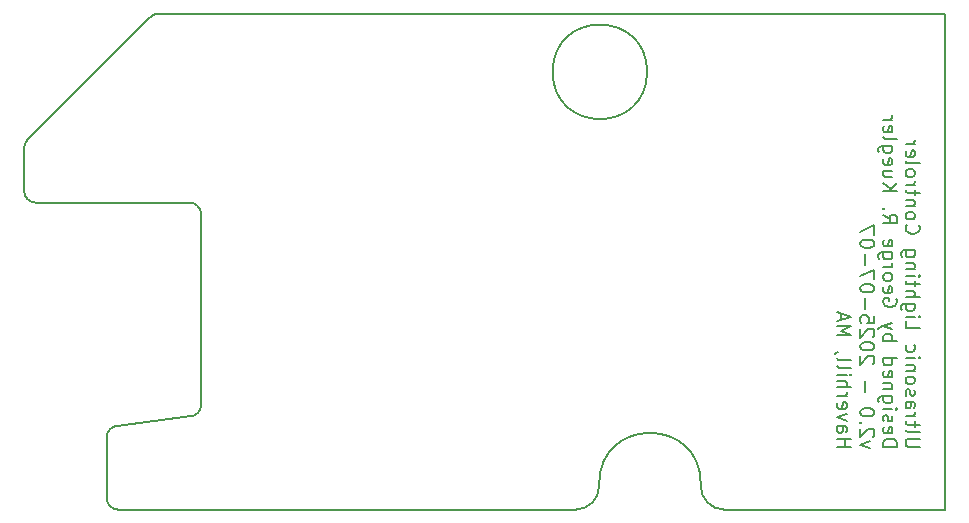
<source format=gbo>
%TF.GenerationSoftware,KiCad,Pcbnew,9.0.1*%
%TF.CreationDate,2025-07-07T12:26:16-04:00*%
%TF.ProjectId,cablight-project,6361626c-6967-4687-942d-70726f6a6563,rev?*%
%TF.SameCoordinates,Original*%
%TF.FileFunction,Legend,Bot*%
%TF.FilePolarity,Positive*%
%FSLAX46Y46*%
G04 Gerber Fmt 4.6, Leading zero omitted, Abs format (unit mm)*
G04 Created by KiCad (PCBNEW 9.0.1) date 2025-07-07 12:26:16*
%MOMM*%
%LPD*%
G01*
G04 APERTURE LIST*
%ADD10C,0.200000*%
%ADD11R,3.000000X3.000000*%
%ADD12C,3.000000*%
%ADD13R,2.200000X2.200000*%
%ADD14O,2.200000X2.200000*%
%ADD15C,1.600000*%
%ADD16O,1.600000X1.600000*%
%ADD17C,1.901600*%
%ADD18O,2.500000X1.900000*%
%ADD19R,2.000000X1.900000*%
%ADD20C,3.100000*%
%ADD21R,1.600000X1.600000*%
%ADD22O,1.500000X3.000000*%
%ADD23C,2.000000*%
%TA.AperFunction,Profile*%
%ADD24C,0.150000*%
%TD*%
G04 APERTURE END LIST*
D10*
X-2146943Y-36682707D02*
X-3118372Y-36682707D01*
X-3118372Y-36682707D02*
X-3232658Y-36625564D01*
X-3232658Y-36625564D02*
X-3289801Y-36568422D01*
X-3289801Y-36568422D02*
X-3346943Y-36454136D01*
X-3346943Y-36454136D02*
X-3346943Y-36225564D01*
X-3346943Y-36225564D02*
X-3289801Y-36111279D01*
X-3289801Y-36111279D02*
X-3232658Y-36054136D01*
X-3232658Y-36054136D02*
X-3118372Y-35996993D01*
X-3118372Y-35996993D02*
X-2146943Y-35996993D01*
X-3346943Y-35254136D02*
X-3289801Y-35368421D01*
X-3289801Y-35368421D02*
X-3175515Y-35425564D01*
X-3175515Y-35425564D02*
X-2146943Y-35425564D01*
X-2546943Y-34968422D02*
X-2546943Y-34511279D01*
X-2146943Y-34796993D02*
X-3175515Y-34796993D01*
X-3175515Y-34796993D02*
X-3289801Y-34739850D01*
X-3289801Y-34739850D02*
X-3346943Y-34625565D01*
X-3346943Y-34625565D02*
X-3346943Y-34511279D01*
X-3346943Y-34111279D02*
X-2546943Y-34111279D01*
X-2775515Y-34111279D02*
X-2661229Y-34054136D01*
X-2661229Y-34054136D02*
X-2604086Y-33996994D01*
X-2604086Y-33996994D02*
X-2546943Y-33882708D01*
X-2546943Y-33882708D02*
X-2546943Y-33768422D01*
X-3346943Y-32854137D02*
X-2718372Y-32854137D01*
X-2718372Y-32854137D02*
X-2604086Y-32911279D01*
X-2604086Y-32911279D02*
X-2546943Y-33025565D01*
X-2546943Y-33025565D02*
X-2546943Y-33254137D01*
X-2546943Y-33254137D02*
X-2604086Y-33368422D01*
X-3289801Y-32854137D02*
X-3346943Y-32968422D01*
X-3346943Y-32968422D02*
X-3346943Y-33254137D01*
X-3346943Y-33254137D02*
X-3289801Y-33368422D01*
X-3289801Y-33368422D02*
X-3175515Y-33425565D01*
X-3175515Y-33425565D02*
X-3061229Y-33425565D01*
X-3061229Y-33425565D02*
X-2946943Y-33368422D01*
X-2946943Y-33368422D02*
X-2889801Y-33254137D01*
X-2889801Y-33254137D02*
X-2889801Y-32968422D01*
X-2889801Y-32968422D02*
X-2832658Y-32854137D01*
X-3289801Y-32339851D02*
X-3346943Y-32225565D01*
X-3346943Y-32225565D02*
X-3346943Y-31996994D01*
X-3346943Y-31996994D02*
X-3289801Y-31882708D01*
X-3289801Y-31882708D02*
X-3175515Y-31825565D01*
X-3175515Y-31825565D02*
X-3118372Y-31825565D01*
X-3118372Y-31825565D02*
X-3004086Y-31882708D01*
X-3004086Y-31882708D02*
X-2946943Y-31996994D01*
X-2946943Y-31996994D02*
X-2946943Y-32168423D01*
X-2946943Y-32168423D02*
X-2889801Y-32282708D01*
X-2889801Y-32282708D02*
X-2775515Y-32339851D01*
X-2775515Y-32339851D02*
X-2718372Y-32339851D01*
X-2718372Y-32339851D02*
X-2604086Y-32282708D01*
X-2604086Y-32282708D02*
X-2546943Y-32168423D01*
X-2546943Y-32168423D02*
X-2546943Y-31996994D01*
X-2546943Y-31996994D02*
X-2604086Y-31882708D01*
X-3346943Y-31139851D02*
X-3289801Y-31254136D01*
X-3289801Y-31254136D02*
X-3232658Y-31311279D01*
X-3232658Y-31311279D02*
X-3118372Y-31368422D01*
X-3118372Y-31368422D02*
X-2775515Y-31368422D01*
X-2775515Y-31368422D02*
X-2661229Y-31311279D01*
X-2661229Y-31311279D02*
X-2604086Y-31254136D01*
X-2604086Y-31254136D02*
X-2546943Y-31139851D01*
X-2546943Y-31139851D02*
X-2546943Y-30968422D01*
X-2546943Y-30968422D02*
X-2604086Y-30854136D01*
X-2604086Y-30854136D02*
X-2661229Y-30796994D01*
X-2661229Y-30796994D02*
X-2775515Y-30739851D01*
X-2775515Y-30739851D02*
X-3118372Y-30739851D01*
X-3118372Y-30739851D02*
X-3232658Y-30796994D01*
X-3232658Y-30796994D02*
X-3289801Y-30854136D01*
X-3289801Y-30854136D02*
X-3346943Y-30968422D01*
X-3346943Y-30968422D02*
X-3346943Y-31139851D01*
X-2546943Y-30225565D02*
X-3346943Y-30225565D01*
X-2661229Y-30225565D02*
X-2604086Y-30168422D01*
X-2604086Y-30168422D02*
X-2546943Y-30054137D01*
X-2546943Y-30054137D02*
X-2546943Y-29882708D01*
X-2546943Y-29882708D02*
X-2604086Y-29768422D01*
X-2604086Y-29768422D02*
X-2718372Y-29711280D01*
X-2718372Y-29711280D02*
X-3346943Y-29711280D01*
X-3346943Y-29139851D02*
X-2546943Y-29139851D01*
X-2146943Y-29139851D02*
X-2204086Y-29196994D01*
X-2204086Y-29196994D02*
X-2261229Y-29139851D01*
X-2261229Y-29139851D02*
X-2204086Y-29082708D01*
X-2204086Y-29082708D02*
X-2146943Y-29139851D01*
X-2146943Y-29139851D02*
X-2261229Y-29139851D01*
X-3289801Y-28054137D02*
X-3346943Y-28168422D01*
X-3346943Y-28168422D02*
X-3346943Y-28396994D01*
X-3346943Y-28396994D02*
X-3289801Y-28511279D01*
X-3289801Y-28511279D02*
X-3232658Y-28568422D01*
X-3232658Y-28568422D02*
X-3118372Y-28625565D01*
X-3118372Y-28625565D02*
X-2775515Y-28625565D01*
X-2775515Y-28625565D02*
X-2661229Y-28568422D01*
X-2661229Y-28568422D02*
X-2604086Y-28511279D01*
X-2604086Y-28511279D02*
X-2546943Y-28396994D01*
X-2546943Y-28396994D02*
X-2546943Y-28168422D01*
X-2546943Y-28168422D02*
X-2604086Y-28054137D01*
X-3346943Y-26054137D02*
X-3346943Y-26625565D01*
X-3346943Y-26625565D02*
X-2146943Y-26625565D01*
X-3346943Y-25654136D02*
X-2546943Y-25654136D01*
X-2146943Y-25654136D02*
X-2204086Y-25711279D01*
X-2204086Y-25711279D02*
X-2261229Y-25654136D01*
X-2261229Y-25654136D02*
X-2204086Y-25596993D01*
X-2204086Y-25596993D02*
X-2146943Y-25654136D01*
X-2146943Y-25654136D02*
X-2261229Y-25654136D01*
X-2546943Y-24568422D02*
X-3518372Y-24568422D01*
X-3518372Y-24568422D02*
X-3632658Y-24625564D01*
X-3632658Y-24625564D02*
X-3689801Y-24682707D01*
X-3689801Y-24682707D02*
X-3746943Y-24796993D01*
X-3746943Y-24796993D02*
X-3746943Y-24968422D01*
X-3746943Y-24968422D02*
X-3689801Y-25082707D01*
X-3289801Y-24568422D02*
X-3346943Y-24682707D01*
X-3346943Y-24682707D02*
X-3346943Y-24911279D01*
X-3346943Y-24911279D02*
X-3289801Y-25025564D01*
X-3289801Y-25025564D02*
X-3232658Y-25082707D01*
X-3232658Y-25082707D02*
X-3118372Y-25139850D01*
X-3118372Y-25139850D02*
X-2775515Y-25139850D01*
X-2775515Y-25139850D02*
X-2661229Y-25082707D01*
X-2661229Y-25082707D02*
X-2604086Y-25025564D01*
X-2604086Y-25025564D02*
X-2546943Y-24911279D01*
X-2546943Y-24911279D02*
X-2546943Y-24682707D01*
X-2546943Y-24682707D02*
X-2604086Y-24568422D01*
X-3346943Y-23996993D02*
X-2146943Y-23996993D01*
X-3346943Y-23482708D02*
X-2718372Y-23482708D01*
X-2718372Y-23482708D02*
X-2604086Y-23539850D01*
X-2604086Y-23539850D02*
X-2546943Y-23654136D01*
X-2546943Y-23654136D02*
X-2546943Y-23825565D01*
X-2546943Y-23825565D02*
X-2604086Y-23939850D01*
X-2604086Y-23939850D02*
X-2661229Y-23996993D01*
X-2546943Y-23082708D02*
X-2546943Y-22625565D01*
X-2146943Y-22911279D02*
X-3175515Y-22911279D01*
X-3175515Y-22911279D02*
X-3289801Y-22854136D01*
X-3289801Y-22854136D02*
X-3346943Y-22739851D01*
X-3346943Y-22739851D02*
X-3346943Y-22625565D01*
X-3346943Y-22225565D02*
X-2546943Y-22225565D01*
X-2146943Y-22225565D02*
X-2204086Y-22282708D01*
X-2204086Y-22282708D02*
X-2261229Y-22225565D01*
X-2261229Y-22225565D02*
X-2204086Y-22168422D01*
X-2204086Y-22168422D02*
X-2146943Y-22225565D01*
X-2146943Y-22225565D02*
X-2261229Y-22225565D01*
X-2546943Y-21654136D02*
X-3346943Y-21654136D01*
X-2661229Y-21654136D02*
X-2604086Y-21596993D01*
X-2604086Y-21596993D02*
X-2546943Y-21482708D01*
X-2546943Y-21482708D02*
X-2546943Y-21311279D01*
X-2546943Y-21311279D02*
X-2604086Y-21196993D01*
X-2604086Y-21196993D02*
X-2718372Y-21139851D01*
X-2718372Y-21139851D02*
X-3346943Y-21139851D01*
X-2546943Y-20054137D02*
X-3518372Y-20054137D01*
X-3518372Y-20054137D02*
X-3632658Y-20111279D01*
X-3632658Y-20111279D02*
X-3689801Y-20168422D01*
X-3689801Y-20168422D02*
X-3746943Y-20282708D01*
X-3746943Y-20282708D02*
X-3746943Y-20454137D01*
X-3746943Y-20454137D02*
X-3689801Y-20568422D01*
X-3289801Y-20054137D02*
X-3346943Y-20168422D01*
X-3346943Y-20168422D02*
X-3346943Y-20396994D01*
X-3346943Y-20396994D02*
X-3289801Y-20511279D01*
X-3289801Y-20511279D02*
X-3232658Y-20568422D01*
X-3232658Y-20568422D02*
X-3118372Y-20625565D01*
X-3118372Y-20625565D02*
X-2775515Y-20625565D01*
X-2775515Y-20625565D02*
X-2661229Y-20568422D01*
X-2661229Y-20568422D02*
X-2604086Y-20511279D01*
X-2604086Y-20511279D02*
X-2546943Y-20396994D01*
X-2546943Y-20396994D02*
X-2546943Y-20168422D01*
X-2546943Y-20168422D02*
X-2604086Y-20054137D01*
X-3232658Y-17882708D02*
X-3289801Y-17939851D01*
X-3289801Y-17939851D02*
X-3346943Y-18111279D01*
X-3346943Y-18111279D02*
X-3346943Y-18225565D01*
X-3346943Y-18225565D02*
X-3289801Y-18396994D01*
X-3289801Y-18396994D02*
X-3175515Y-18511279D01*
X-3175515Y-18511279D02*
X-3061229Y-18568422D01*
X-3061229Y-18568422D02*
X-2832658Y-18625565D01*
X-2832658Y-18625565D02*
X-2661229Y-18625565D01*
X-2661229Y-18625565D02*
X-2432658Y-18568422D01*
X-2432658Y-18568422D02*
X-2318372Y-18511279D01*
X-2318372Y-18511279D02*
X-2204086Y-18396994D01*
X-2204086Y-18396994D02*
X-2146943Y-18225565D01*
X-2146943Y-18225565D02*
X-2146943Y-18111279D01*
X-2146943Y-18111279D02*
X-2204086Y-17939851D01*
X-2204086Y-17939851D02*
X-2261229Y-17882708D01*
X-3346943Y-17196994D02*
X-3289801Y-17311279D01*
X-3289801Y-17311279D02*
X-3232658Y-17368422D01*
X-3232658Y-17368422D02*
X-3118372Y-17425565D01*
X-3118372Y-17425565D02*
X-2775515Y-17425565D01*
X-2775515Y-17425565D02*
X-2661229Y-17368422D01*
X-2661229Y-17368422D02*
X-2604086Y-17311279D01*
X-2604086Y-17311279D02*
X-2546943Y-17196994D01*
X-2546943Y-17196994D02*
X-2546943Y-17025565D01*
X-2546943Y-17025565D02*
X-2604086Y-16911279D01*
X-2604086Y-16911279D02*
X-2661229Y-16854137D01*
X-2661229Y-16854137D02*
X-2775515Y-16796994D01*
X-2775515Y-16796994D02*
X-3118372Y-16796994D01*
X-3118372Y-16796994D02*
X-3232658Y-16854137D01*
X-3232658Y-16854137D02*
X-3289801Y-16911279D01*
X-3289801Y-16911279D02*
X-3346943Y-17025565D01*
X-3346943Y-17025565D02*
X-3346943Y-17196994D01*
X-2546943Y-16282708D02*
X-3346943Y-16282708D01*
X-2661229Y-16282708D02*
X-2604086Y-16225565D01*
X-2604086Y-16225565D02*
X-2546943Y-16111280D01*
X-2546943Y-16111280D02*
X-2546943Y-15939851D01*
X-2546943Y-15939851D02*
X-2604086Y-15825565D01*
X-2604086Y-15825565D02*
X-2718372Y-15768423D01*
X-2718372Y-15768423D02*
X-3346943Y-15768423D01*
X-2546943Y-15368423D02*
X-2546943Y-14911280D01*
X-2146943Y-15196994D02*
X-3175515Y-15196994D01*
X-3175515Y-15196994D02*
X-3289801Y-15139851D01*
X-3289801Y-15139851D02*
X-3346943Y-15025566D01*
X-3346943Y-15025566D02*
X-3346943Y-14911280D01*
X-3346943Y-14511280D02*
X-2546943Y-14511280D01*
X-2775515Y-14511280D02*
X-2661229Y-14454137D01*
X-2661229Y-14454137D02*
X-2604086Y-14396995D01*
X-2604086Y-14396995D02*
X-2546943Y-14282709D01*
X-2546943Y-14282709D02*
X-2546943Y-14168423D01*
X-3346943Y-13596995D02*
X-3289801Y-13711280D01*
X-3289801Y-13711280D02*
X-3232658Y-13768423D01*
X-3232658Y-13768423D02*
X-3118372Y-13825566D01*
X-3118372Y-13825566D02*
X-2775515Y-13825566D01*
X-2775515Y-13825566D02*
X-2661229Y-13768423D01*
X-2661229Y-13768423D02*
X-2604086Y-13711280D01*
X-2604086Y-13711280D02*
X-2546943Y-13596995D01*
X-2546943Y-13596995D02*
X-2546943Y-13425566D01*
X-2546943Y-13425566D02*
X-2604086Y-13311280D01*
X-2604086Y-13311280D02*
X-2661229Y-13254138D01*
X-2661229Y-13254138D02*
X-2775515Y-13196995D01*
X-2775515Y-13196995D02*
X-3118372Y-13196995D01*
X-3118372Y-13196995D02*
X-3232658Y-13254138D01*
X-3232658Y-13254138D02*
X-3289801Y-13311280D01*
X-3289801Y-13311280D02*
X-3346943Y-13425566D01*
X-3346943Y-13425566D02*
X-3346943Y-13596995D01*
X-3346943Y-12511281D02*
X-3289801Y-12625566D01*
X-3289801Y-12625566D02*
X-3175515Y-12682709D01*
X-3175515Y-12682709D02*
X-2146943Y-12682709D01*
X-3289801Y-11596995D02*
X-3346943Y-11711281D01*
X-3346943Y-11711281D02*
X-3346943Y-11939853D01*
X-3346943Y-11939853D02*
X-3289801Y-12054138D01*
X-3289801Y-12054138D02*
X-3175515Y-12111281D01*
X-3175515Y-12111281D02*
X-2718372Y-12111281D01*
X-2718372Y-12111281D02*
X-2604086Y-12054138D01*
X-2604086Y-12054138D02*
X-2546943Y-11939853D01*
X-2546943Y-11939853D02*
X-2546943Y-11711281D01*
X-2546943Y-11711281D02*
X-2604086Y-11596995D01*
X-2604086Y-11596995D02*
X-2718372Y-11539853D01*
X-2718372Y-11539853D02*
X-2832658Y-11539853D01*
X-2832658Y-11539853D02*
X-2946943Y-12111281D01*
X-3346943Y-11025567D02*
X-2546943Y-11025567D01*
X-2775515Y-11025567D02*
X-2661229Y-10968424D01*
X-2661229Y-10968424D02*
X-2604086Y-10911282D01*
X-2604086Y-10911282D02*
X-2546943Y-10796996D01*
X-2546943Y-10796996D02*
X-2546943Y-10682710D01*
X-5278876Y-36682707D02*
X-4078876Y-36682707D01*
X-4078876Y-36682707D02*
X-4078876Y-36396993D01*
X-4078876Y-36396993D02*
X-4136019Y-36225564D01*
X-4136019Y-36225564D02*
X-4250305Y-36111279D01*
X-4250305Y-36111279D02*
X-4364591Y-36054136D01*
X-4364591Y-36054136D02*
X-4593162Y-35996993D01*
X-4593162Y-35996993D02*
X-4764591Y-35996993D01*
X-4764591Y-35996993D02*
X-4993162Y-36054136D01*
X-4993162Y-36054136D02*
X-5107448Y-36111279D01*
X-5107448Y-36111279D02*
X-5221734Y-36225564D01*
X-5221734Y-36225564D02*
X-5278876Y-36396993D01*
X-5278876Y-36396993D02*
X-5278876Y-36682707D01*
X-5221734Y-35025564D02*
X-5278876Y-35139850D01*
X-5278876Y-35139850D02*
X-5278876Y-35368422D01*
X-5278876Y-35368422D02*
X-5221734Y-35482707D01*
X-5221734Y-35482707D02*
X-5107448Y-35539850D01*
X-5107448Y-35539850D02*
X-4650305Y-35539850D01*
X-4650305Y-35539850D02*
X-4536019Y-35482707D01*
X-4536019Y-35482707D02*
X-4478876Y-35368422D01*
X-4478876Y-35368422D02*
X-4478876Y-35139850D01*
X-4478876Y-35139850D02*
X-4536019Y-35025564D01*
X-4536019Y-35025564D02*
X-4650305Y-34968422D01*
X-4650305Y-34968422D02*
X-4764591Y-34968422D01*
X-4764591Y-34968422D02*
X-4878876Y-35539850D01*
X-5221734Y-34511279D02*
X-5278876Y-34396993D01*
X-5278876Y-34396993D02*
X-5278876Y-34168422D01*
X-5278876Y-34168422D02*
X-5221734Y-34054136D01*
X-5221734Y-34054136D02*
X-5107448Y-33996993D01*
X-5107448Y-33996993D02*
X-5050305Y-33996993D01*
X-5050305Y-33996993D02*
X-4936019Y-34054136D01*
X-4936019Y-34054136D02*
X-4878876Y-34168422D01*
X-4878876Y-34168422D02*
X-4878876Y-34339851D01*
X-4878876Y-34339851D02*
X-4821734Y-34454136D01*
X-4821734Y-34454136D02*
X-4707448Y-34511279D01*
X-4707448Y-34511279D02*
X-4650305Y-34511279D01*
X-4650305Y-34511279D02*
X-4536019Y-34454136D01*
X-4536019Y-34454136D02*
X-4478876Y-34339851D01*
X-4478876Y-34339851D02*
X-4478876Y-34168422D01*
X-4478876Y-34168422D02*
X-4536019Y-34054136D01*
X-5278876Y-33482707D02*
X-4478876Y-33482707D01*
X-4078876Y-33482707D02*
X-4136019Y-33539850D01*
X-4136019Y-33539850D02*
X-4193162Y-33482707D01*
X-4193162Y-33482707D02*
X-4136019Y-33425564D01*
X-4136019Y-33425564D02*
X-4078876Y-33482707D01*
X-4078876Y-33482707D02*
X-4193162Y-33482707D01*
X-4478876Y-32396993D02*
X-5450305Y-32396993D01*
X-5450305Y-32396993D02*
X-5564591Y-32454135D01*
X-5564591Y-32454135D02*
X-5621734Y-32511278D01*
X-5621734Y-32511278D02*
X-5678876Y-32625564D01*
X-5678876Y-32625564D02*
X-5678876Y-32796993D01*
X-5678876Y-32796993D02*
X-5621734Y-32911278D01*
X-5221734Y-32396993D02*
X-5278876Y-32511278D01*
X-5278876Y-32511278D02*
X-5278876Y-32739850D01*
X-5278876Y-32739850D02*
X-5221734Y-32854135D01*
X-5221734Y-32854135D02*
X-5164591Y-32911278D01*
X-5164591Y-32911278D02*
X-5050305Y-32968421D01*
X-5050305Y-32968421D02*
X-4707448Y-32968421D01*
X-4707448Y-32968421D02*
X-4593162Y-32911278D01*
X-4593162Y-32911278D02*
X-4536019Y-32854135D01*
X-4536019Y-32854135D02*
X-4478876Y-32739850D01*
X-4478876Y-32739850D02*
X-4478876Y-32511278D01*
X-4478876Y-32511278D02*
X-4536019Y-32396993D01*
X-4478876Y-31825564D02*
X-5278876Y-31825564D01*
X-4593162Y-31825564D02*
X-4536019Y-31768421D01*
X-4536019Y-31768421D02*
X-4478876Y-31654136D01*
X-4478876Y-31654136D02*
X-4478876Y-31482707D01*
X-4478876Y-31482707D02*
X-4536019Y-31368421D01*
X-4536019Y-31368421D02*
X-4650305Y-31311279D01*
X-4650305Y-31311279D02*
X-5278876Y-31311279D01*
X-5221734Y-30282707D02*
X-5278876Y-30396993D01*
X-5278876Y-30396993D02*
X-5278876Y-30625565D01*
X-5278876Y-30625565D02*
X-5221734Y-30739850D01*
X-5221734Y-30739850D02*
X-5107448Y-30796993D01*
X-5107448Y-30796993D02*
X-4650305Y-30796993D01*
X-4650305Y-30796993D02*
X-4536019Y-30739850D01*
X-4536019Y-30739850D02*
X-4478876Y-30625565D01*
X-4478876Y-30625565D02*
X-4478876Y-30396993D01*
X-4478876Y-30396993D02*
X-4536019Y-30282707D01*
X-4536019Y-30282707D02*
X-4650305Y-30225565D01*
X-4650305Y-30225565D02*
X-4764591Y-30225565D01*
X-4764591Y-30225565D02*
X-4878876Y-30796993D01*
X-5278876Y-29196994D02*
X-4078876Y-29196994D01*
X-5221734Y-29196994D02*
X-5278876Y-29311279D01*
X-5278876Y-29311279D02*
X-5278876Y-29539851D01*
X-5278876Y-29539851D02*
X-5221734Y-29654136D01*
X-5221734Y-29654136D02*
X-5164591Y-29711279D01*
X-5164591Y-29711279D02*
X-5050305Y-29768422D01*
X-5050305Y-29768422D02*
X-4707448Y-29768422D01*
X-4707448Y-29768422D02*
X-4593162Y-29711279D01*
X-4593162Y-29711279D02*
X-4536019Y-29654136D01*
X-4536019Y-29654136D02*
X-4478876Y-29539851D01*
X-4478876Y-29539851D02*
X-4478876Y-29311279D01*
X-4478876Y-29311279D02*
X-4536019Y-29196994D01*
X-5278876Y-27711279D02*
X-4078876Y-27711279D01*
X-4536019Y-27711279D02*
X-4478876Y-27596994D01*
X-4478876Y-27596994D02*
X-4478876Y-27368422D01*
X-4478876Y-27368422D02*
X-4536019Y-27254136D01*
X-4536019Y-27254136D02*
X-4593162Y-27196994D01*
X-4593162Y-27196994D02*
X-4707448Y-27139851D01*
X-4707448Y-27139851D02*
X-5050305Y-27139851D01*
X-5050305Y-27139851D02*
X-5164591Y-27196994D01*
X-5164591Y-27196994D02*
X-5221734Y-27254136D01*
X-5221734Y-27254136D02*
X-5278876Y-27368422D01*
X-5278876Y-27368422D02*
X-5278876Y-27596994D01*
X-5278876Y-27596994D02*
X-5221734Y-27711279D01*
X-4478876Y-26739851D02*
X-5278876Y-26454137D01*
X-4478876Y-26168422D02*
X-5278876Y-26454137D01*
X-5278876Y-26454137D02*
X-5564591Y-26568422D01*
X-5564591Y-26568422D02*
X-5621734Y-26625565D01*
X-5621734Y-26625565D02*
X-5678876Y-26739851D01*
X-4136019Y-24168422D02*
X-4078876Y-24282708D01*
X-4078876Y-24282708D02*
X-4078876Y-24454136D01*
X-4078876Y-24454136D02*
X-4136019Y-24625565D01*
X-4136019Y-24625565D02*
X-4250305Y-24739850D01*
X-4250305Y-24739850D02*
X-4364591Y-24796993D01*
X-4364591Y-24796993D02*
X-4593162Y-24854136D01*
X-4593162Y-24854136D02*
X-4764591Y-24854136D01*
X-4764591Y-24854136D02*
X-4993162Y-24796993D01*
X-4993162Y-24796993D02*
X-5107448Y-24739850D01*
X-5107448Y-24739850D02*
X-5221734Y-24625565D01*
X-5221734Y-24625565D02*
X-5278876Y-24454136D01*
X-5278876Y-24454136D02*
X-5278876Y-24339850D01*
X-5278876Y-24339850D02*
X-5221734Y-24168422D01*
X-5221734Y-24168422D02*
X-5164591Y-24111279D01*
X-5164591Y-24111279D02*
X-4764591Y-24111279D01*
X-4764591Y-24111279D02*
X-4764591Y-24339850D01*
X-5221734Y-23139850D02*
X-5278876Y-23254136D01*
X-5278876Y-23254136D02*
X-5278876Y-23482708D01*
X-5278876Y-23482708D02*
X-5221734Y-23596993D01*
X-5221734Y-23596993D02*
X-5107448Y-23654136D01*
X-5107448Y-23654136D02*
X-4650305Y-23654136D01*
X-4650305Y-23654136D02*
X-4536019Y-23596993D01*
X-4536019Y-23596993D02*
X-4478876Y-23482708D01*
X-4478876Y-23482708D02*
X-4478876Y-23254136D01*
X-4478876Y-23254136D02*
X-4536019Y-23139850D01*
X-4536019Y-23139850D02*
X-4650305Y-23082708D01*
X-4650305Y-23082708D02*
X-4764591Y-23082708D01*
X-4764591Y-23082708D02*
X-4878876Y-23654136D01*
X-5278876Y-22396994D02*
X-5221734Y-22511279D01*
X-5221734Y-22511279D02*
X-5164591Y-22568422D01*
X-5164591Y-22568422D02*
X-5050305Y-22625565D01*
X-5050305Y-22625565D02*
X-4707448Y-22625565D01*
X-4707448Y-22625565D02*
X-4593162Y-22568422D01*
X-4593162Y-22568422D02*
X-4536019Y-22511279D01*
X-4536019Y-22511279D02*
X-4478876Y-22396994D01*
X-4478876Y-22396994D02*
X-4478876Y-22225565D01*
X-4478876Y-22225565D02*
X-4536019Y-22111279D01*
X-4536019Y-22111279D02*
X-4593162Y-22054137D01*
X-4593162Y-22054137D02*
X-4707448Y-21996994D01*
X-4707448Y-21996994D02*
X-5050305Y-21996994D01*
X-5050305Y-21996994D02*
X-5164591Y-22054137D01*
X-5164591Y-22054137D02*
X-5221734Y-22111279D01*
X-5221734Y-22111279D02*
X-5278876Y-22225565D01*
X-5278876Y-22225565D02*
X-5278876Y-22396994D01*
X-5278876Y-21482708D02*
X-4478876Y-21482708D01*
X-4707448Y-21482708D02*
X-4593162Y-21425565D01*
X-4593162Y-21425565D02*
X-4536019Y-21368423D01*
X-4536019Y-21368423D02*
X-4478876Y-21254137D01*
X-4478876Y-21254137D02*
X-4478876Y-21139851D01*
X-4478876Y-20225566D02*
X-5450305Y-20225566D01*
X-5450305Y-20225566D02*
X-5564591Y-20282708D01*
X-5564591Y-20282708D02*
X-5621734Y-20339851D01*
X-5621734Y-20339851D02*
X-5678876Y-20454137D01*
X-5678876Y-20454137D02*
X-5678876Y-20625566D01*
X-5678876Y-20625566D02*
X-5621734Y-20739851D01*
X-5221734Y-20225566D02*
X-5278876Y-20339851D01*
X-5278876Y-20339851D02*
X-5278876Y-20568423D01*
X-5278876Y-20568423D02*
X-5221734Y-20682708D01*
X-5221734Y-20682708D02*
X-5164591Y-20739851D01*
X-5164591Y-20739851D02*
X-5050305Y-20796994D01*
X-5050305Y-20796994D02*
X-4707448Y-20796994D01*
X-4707448Y-20796994D02*
X-4593162Y-20739851D01*
X-4593162Y-20739851D02*
X-4536019Y-20682708D01*
X-4536019Y-20682708D02*
X-4478876Y-20568423D01*
X-4478876Y-20568423D02*
X-4478876Y-20339851D01*
X-4478876Y-20339851D02*
X-4536019Y-20225566D01*
X-5221734Y-19196994D02*
X-5278876Y-19311280D01*
X-5278876Y-19311280D02*
X-5278876Y-19539852D01*
X-5278876Y-19539852D02*
X-5221734Y-19654137D01*
X-5221734Y-19654137D02*
X-5107448Y-19711280D01*
X-5107448Y-19711280D02*
X-4650305Y-19711280D01*
X-4650305Y-19711280D02*
X-4536019Y-19654137D01*
X-4536019Y-19654137D02*
X-4478876Y-19539852D01*
X-4478876Y-19539852D02*
X-4478876Y-19311280D01*
X-4478876Y-19311280D02*
X-4536019Y-19196994D01*
X-4536019Y-19196994D02*
X-4650305Y-19139852D01*
X-4650305Y-19139852D02*
X-4764591Y-19139852D01*
X-4764591Y-19139852D02*
X-4878876Y-19711280D01*
X-5278876Y-17025566D02*
X-4707448Y-17425566D01*
X-5278876Y-17711280D02*
X-4078876Y-17711280D01*
X-4078876Y-17711280D02*
X-4078876Y-17254137D01*
X-4078876Y-17254137D02*
X-4136019Y-17139852D01*
X-4136019Y-17139852D02*
X-4193162Y-17082709D01*
X-4193162Y-17082709D02*
X-4307448Y-17025566D01*
X-4307448Y-17025566D02*
X-4478876Y-17025566D01*
X-4478876Y-17025566D02*
X-4593162Y-17082709D01*
X-4593162Y-17082709D02*
X-4650305Y-17139852D01*
X-4650305Y-17139852D02*
X-4707448Y-17254137D01*
X-4707448Y-17254137D02*
X-4707448Y-17711280D01*
X-5164591Y-16511280D02*
X-5221734Y-16454137D01*
X-5221734Y-16454137D02*
X-5278876Y-16511280D01*
X-5278876Y-16511280D02*
X-5221734Y-16568423D01*
X-5221734Y-16568423D02*
X-5164591Y-16511280D01*
X-5164591Y-16511280D02*
X-5278876Y-16511280D01*
X-5278876Y-15025565D02*
X-4078876Y-15025565D01*
X-5278876Y-14339851D02*
X-4593162Y-14854137D01*
X-4078876Y-14339851D02*
X-4764591Y-15025565D01*
X-4478876Y-13311280D02*
X-5278876Y-13311280D01*
X-4478876Y-13825565D02*
X-5107448Y-13825565D01*
X-5107448Y-13825565D02*
X-5221734Y-13768422D01*
X-5221734Y-13768422D02*
X-5278876Y-13654137D01*
X-5278876Y-13654137D02*
X-5278876Y-13482708D01*
X-5278876Y-13482708D02*
X-5221734Y-13368422D01*
X-5221734Y-13368422D02*
X-5164591Y-13311280D01*
X-5221734Y-12282708D02*
X-5278876Y-12396994D01*
X-5278876Y-12396994D02*
X-5278876Y-12625566D01*
X-5278876Y-12625566D02*
X-5221734Y-12739851D01*
X-5221734Y-12739851D02*
X-5107448Y-12796994D01*
X-5107448Y-12796994D02*
X-4650305Y-12796994D01*
X-4650305Y-12796994D02*
X-4536019Y-12739851D01*
X-4536019Y-12739851D02*
X-4478876Y-12625566D01*
X-4478876Y-12625566D02*
X-4478876Y-12396994D01*
X-4478876Y-12396994D02*
X-4536019Y-12282708D01*
X-4536019Y-12282708D02*
X-4650305Y-12225566D01*
X-4650305Y-12225566D02*
X-4764591Y-12225566D01*
X-4764591Y-12225566D02*
X-4878876Y-12796994D01*
X-4478876Y-11196995D02*
X-5450305Y-11196995D01*
X-5450305Y-11196995D02*
X-5564591Y-11254137D01*
X-5564591Y-11254137D02*
X-5621734Y-11311280D01*
X-5621734Y-11311280D02*
X-5678876Y-11425566D01*
X-5678876Y-11425566D02*
X-5678876Y-11596995D01*
X-5678876Y-11596995D02*
X-5621734Y-11711280D01*
X-5221734Y-11196995D02*
X-5278876Y-11311280D01*
X-5278876Y-11311280D02*
X-5278876Y-11539852D01*
X-5278876Y-11539852D02*
X-5221734Y-11654137D01*
X-5221734Y-11654137D02*
X-5164591Y-11711280D01*
X-5164591Y-11711280D02*
X-5050305Y-11768423D01*
X-5050305Y-11768423D02*
X-4707448Y-11768423D01*
X-4707448Y-11768423D02*
X-4593162Y-11711280D01*
X-4593162Y-11711280D02*
X-4536019Y-11654137D01*
X-4536019Y-11654137D02*
X-4478876Y-11539852D01*
X-4478876Y-11539852D02*
X-4478876Y-11311280D01*
X-4478876Y-11311280D02*
X-4536019Y-11196995D01*
X-5278876Y-10454138D02*
X-5221734Y-10568423D01*
X-5221734Y-10568423D02*
X-5107448Y-10625566D01*
X-5107448Y-10625566D02*
X-4078876Y-10625566D01*
X-5221734Y-9539852D02*
X-5278876Y-9654138D01*
X-5278876Y-9654138D02*
X-5278876Y-9882710D01*
X-5278876Y-9882710D02*
X-5221734Y-9996995D01*
X-5221734Y-9996995D02*
X-5107448Y-10054138D01*
X-5107448Y-10054138D02*
X-4650305Y-10054138D01*
X-4650305Y-10054138D02*
X-4536019Y-9996995D01*
X-4536019Y-9996995D02*
X-4478876Y-9882710D01*
X-4478876Y-9882710D02*
X-4478876Y-9654138D01*
X-4478876Y-9654138D02*
X-4536019Y-9539852D01*
X-4536019Y-9539852D02*
X-4650305Y-9482710D01*
X-4650305Y-9482710D02*
X-4764591Y-9482710D01*
X-4764591Y-9482710D02*
X-4878876Y-10054138D01*
X-5278876Y-8968424D02*
X-4478876Y-8968424D01*
X-4707448Y-8968424D02*
X-4593162Y-8911281D01*
X-4593162Y-8911281D02*
X-4536019Y-8854139D01*
X-4536019Y-8854139D02*
X-4478876Y-8739853D01*
X-4478876Y-8739853D02*
X-4478876Y-8625567D01*
X-6410809Y-36796993D02*
X-7210809Y-36511279D01*
X-7210809Y-36511279D02*
X-6410809Y-36225564D01*
X-6125095Y-35825564D02*
X-6067952Y-35768421D01*
X-6067952Y-35768421D02*
X-6010809Y-35654136D01*
X-6010809Y-35654136D02*
X-6010809Y-35368421D01*
X-6010809Y-35368421D02*
X-6067952Y-35254136D01*
X-6067952Y-35254136D02*
X-6125095Y-35196993D01*
X-6125095Y-35196993D02*
X-6239381Y-35139850D01*
X-6239381Y-35139850D02*
X-6353667Y-35139850D01*
X-6353667Y-35139850D02*
X-6525095Y-35196993D01*
X-6525095Y-35196993D02*
X-7210809Y-35882707D01*
X-7210809Y-35882707D02*
X-7210809Y-35139850D01*
X-7096524Y-34625564D02*
X-7153667Y-34568421D01*
X-7153667Y-34568421D02*
X-7210809Y-34625564D01*
X-7210809Y-34625564D02*
X-7153667Y-34682707D01*
X-7153667Y-34682707D02*
X-7096524Y-34625564D01*
X-7096524Y-34625564D02*
X-7210809Y-34625564D01*
X-6010809Y-33825564D02*
X-6010809Y-33711278D01*
X-6010809Y-33711278D02*
X-6067952Y-33596992D01*
X-6067952Y-33596992D02*
X-6125095Y-33539850D01*
X-6125095Y-33539850D02*
X-6239381Y-33482707D01*
X-6239381Y-33482707D02*
X-6467952Y-33425564D01*
X-6467952Y-33425564D02*
X-6753667Y-33425564D01*
X-6753667Y-33425564D02*
X-6982238Y-33482707D01*
X-6982238Y-33482707D02*
X-7096524Y-33539850D01*
X-7096524Y-33539850D02*
X-7153667Y-33596992D01*
X-7153667Y-33596992D02*
X-7210809Y-33711278D01*
X-7210809Y-33711278D02*
X-7210809Y-33825564D01*
X-7210809Y-33825564D02*
X-7153667Y-33939850D01*
X-7153667Y-33939850D02*
X-7096524Y-33996992D01*
X-7096524Y-33996992D02*
X-6982238Y-34054135D01*
X-6982238Y-34054135D02*
X-6753667Y-34111278D01*
X-6753667Y-34111278D02*
X-6467952Y-34111278D01*
X-6467952Y-34111278D02*
X-6239381Y-34054135D01*
X-6239381Y-34054135D02*
X-6125095Y-33996992D01*
X-6125095Y-33996992D02*
X-6067952Y-33939850D01*
X-6067952Y-33939850D02*
X-6010809Y-33825564D01*
X-6753667Y-31996992D02*
X-6753667Y-31082707D01*
X-6125095Y-29654135D02*
X-6067952Y-29596992D01*
X-6067952Y-29596992D02*
X-6010809Y-29482707D01*
X-6010809Y-29482707D02*
X-6010809Y-29196992D01*
X-6010809Y-29196992D02*
X-6067952Y-29082707D01*
X-6067952Y-29082707D02*
X-6125095Y-29025564D01*
X-6125095Y-29025564D02*
X-6239381Y-28968421D01*
X-6239381Y-28968421D02*
X-6353667Y-28968421D01*
X-6353667Y-28968421D02*
X-6525095Y-29025564D01*
X-6525095Y-29025564D02*
X-7210809Y-29711278D01*
X-7210809Y-29711278D02*
X-7210809Y-28968421D01*
X-6010809Y-28225564D02*
X-6010809Y-28111278D01*
X-6010809Y-28111278D02*
X-6067952Y-27996992D01*
X-6067952Y-27996992D02*
X-6125095Y-27939850D01*
X-6125095Y-27939850D02*
X-6239381Y-27882707D01*
X-6239381Y-27882707D02*
X-6467952Y-27825564D01*
X-6467952Y-27825564D02*
X-6753667Y-27825564D01*
X-6753667Y-27825564D02*
X-6982238Y-27882707D01*
X-6982238Y-27882707D02*
X-7096524Y-27939850D01*
X-7096524Y-27939850D02*
X-7153667Y-27996992D01*
X-7153667Y-27996992D02*
X-7210809Y-28111278D01*
X-7210809Y-28111278D02*
X-7210809Y-28225564D01*
X-7210809Y-28225564D02*
X-7153667Y-28339850D01*
X-7153667Y-28339850D02*
X-7096524Y-28396992D01*
X-7096524Y-28396992D02*
X-6982238Y-28454135D01*
X-6982238Y-28454135D02*
X-6753667Y-28511278D01*
X-6753667Y-28511278D02*
X-6467952Y-28511278D01*
X-6467952Y-28511278D02*
X-6239381Y-28454135D01*
X-6239381Y-28454135D02*
X-6125095Y-28396992D01*
X-6125095Y-28396992D02*
X-6067952Y-28339850D01*
X-6067952Y-28339850D02*
X-6010809Y-28225564D01*
X-6125095Y-27368421D02*
X-6067952Y-27311278D01*
X-6067952Y-27311278D02*
X-6010809Y-27196993D01*
X-6010809Y-27196993D02*
X-6010809Y-26911278D01*
X-6010809Y-26911278D02*
X-6067952Y-26796993D01*
X-6067952Y-26796993D02*
X-6125095Y-26739850D01*
X-6125095Y-26739850D02*
X-6239381Y-26682707D01*
X-6239381Y-26682707D02*
X-6353667Y-26682707D01*
X-6353667Y-26682707D02*
X-6525095Y-26739850D01*
X-6525095Y-26739850D02*
X-7210809Y-27425564D01*
X-7210809Y-27425564D02*
X-7210809Y-26682707D01*
X-6010809Y-25596993D02*
X-6010809Y-26168421D01*
X-6010809Y-26168421D02*
X-6582238Y-26225564D01*
X-6582238Y-26225564D02*
X-6525095Y-26168421D01*
X-6525095Y-26168421D02*
X-6467952Y-26054136D01*
X-6467952Y-26054136D02*
X-6467952Y-25768421D01*
X-6467952Y-25768421D02*
X-6525095Y-25654136D01*
X-6525095Y-25654136D02*
X-6582238Y-25596993D01*
X-6582238Y-25596993D02*
X-6696524Y-25539850D01*
X-6696524Y-25539850D02*
X-6982238Y-25539850D01*
X-6982238Y-25539850D02*
X-7096524Y-25596993D01*
X-7096524Y-25596993D02*
X-7153667Y-25654136D01*
X-7153667Y-25654136D02*
X-7210809Y-25768421D01*
X-7210809Y-25768421D02*
X-7210809Y-26054136D01*
X-7210809Y-26054136D02*
X-7153667Y-26168421D01*
X-7153667Y-26168421D02*
X-7096524Y-26225564D01*
X-6753667Y-25025564D02*
X-6753667Y-24111279D01*
X-6010809Y-23311279D02*
X-6010809Y-23196993D01*
X-6010809Y-23196993D02*
X-6067952Y-23082707D01*
X-6067952Y-23082707D02*
X-6125095Y-23025565D01*
X-6125095Y-23025565D02*
X-6239381Y-22968422D01*
X-6239381Y-22968422D02*
X-6467952Y-22911279D01*
X-6467952Y-22911279D02*
X-6753667Y-22911279D01*
X-6753667Y-22911279D02*
X-6982238Y-22968422D01*
X-6982238Y-22968422D02*
X-7096524Y-23025565D01*
X-7096524Y-23025565D02*
X-7153667Y-23082707D01*
X-7153667Y-23082707D02*
X-7210809Y-23196993D01*
X-7210809Y-23196993D02*
X-7210809Y-23311279D01*
X-7210809Y-23311279D02*
X-7153667Y-23425565D01*
X-7153667Y-23425565D02*
X-7096524Y-23482707D01*
X-7096524Y-23482707D02*
X-6982238Y-23539850D01*
X-6982238Y-23539850D02*
X-6753667Y-23596993D01*
X-6753667Y-23596993D02*
X-6467952Y-23596993D01*
X-6467952Y-23596993D02*
X-6239381Y-23539850D01*
X-6239381Y-23539850D02*
X-6125095Y-23482707D01*
X-6125095Y-23482707D02*
X-6067952Y-23425565D01*
X-6067952Y-23425565D02*
X-6010809Y-23311279D01*
X-6010809Y-22511279D02*
X-6010809Y-21711279D01*
X-6010809Y-21711279D02*
X-7210809Y-22225565D01*
X-6753667Y-21254136D02*
X-6753667Y-20339851D01*
X-6010809Y-19539851D02*
X-6010809Y-19425565D01*
X-6010809Y-19425565D02*
X-6067952Y-19311279D01*
X-6067952Y-19311279D02*
X-6125095Y-19254137D01*
X-6125095Y-19254137D02*
X-6239381Y-19196994D01*
X-6239381Y-19196994D02*
X-6467952Y-19139851D01*
X-6467952Y-19139851D02*
X-6753667Y-19139851D01*
X-6753667Y-19139851D02*
X-6982238Y-19196994D01*
X-6982238Y-19196994D02*
X-7096524Y-19254137D01*
X-7096524Y-19254137D02*
X-7153667Y-19311279D01*
X-7153667Y-19311279D02*
X-7210809Y-19425565D01*
X-7210809Y-19425565D02*
X-7210809Y-19539851D01*
X-7210809Y-19539851D02*
X-7153667Y-19654137D01*
X-7153667Y-19654137D02*
X-7096524Y-19711279D01*
X-7096524Y-19711279D02*
X-6982238Y-19768422D01*
X-6982238Y-19768422D02*
X-6753667Y-19825565D01*
X-6753667Y-19825565D02*
X-6467952Y-19825565D01*
X-6467952Y-19825565D02*
X-6239381Y-19768422D01*
X-6239381Y-19768422D02*
X-6125095Y-19711279D01*
X-6125095Y-19711279D02*
X-6067952Y-19654137D01*
X-6067952Y-19654137D02*
X-6010809Y-19539851D01*
X-6010809Y-18739851D02*
X-6010809Y-17939851D01*
X-6010809Y-17939851D02*
X-7210809Y-18454137D01*
X-9142742Y-36682707D02*
X-7942742Y-36682707D01*
X-8514171Y-36682707D02*
X-8514171Y-35996993D01*
X-9142742Y-35996993D02*
X-7942742Y-35996993D01*
X-9142742Y-34911279D02*
X-8514171Y-34911279D01*
X-8514171Y-34911279D02*
X-8399885Y-34968421D01*
X-8399885Y-34968421D02*
X-8342742Y-35082707D01*
X-8342742Y-35082707D02*
X-8342742Y-35311279D01*
X-8342742Y-35311279D02*
X-8399885Y-35425564D01*
X-9085600Y-34911279D02*
X-9142742Y-35025564D01*
X-9142742Y-35025564D02*
X-9142742Y-35311279D01*
X-9142742Y-35311279D02*
X-9085600Y-35425564D01*
X-9085600Y-35425564D02*
X-8971314Y-35482707D01*
X-8971314Y-35482707D02*
X-8857028Y-35482707D01*
X-8857028Y-35482707D02*
X-8742742Y-35425564D01*
X-8742742Y-35425564D02*
X-8685600Y-35311279D01*
X-8685600Y-35311279D02*
X-8685600Y-35025564D01*
X-8685600Y-35025564D02*
X-8628457Y-34911279D01*
X-8342742Y-34454136D02*
X-9142742Y-34168422D01*
X-9142742Y-34168422D02*
X-8342742Y-33882707D01*
X-9085600Y-32968421D02*
X-9142742Y-33082707D01*
X-9142742Y-33082707D02*
X-9142742Y-33311279D01*
X-9142742Y-33311279D02*
X-9085600Y-33425564D01*
X-9085600Y-33425564D02*
X-8971314Y-33482707D01*
X-8971314Y-33482707D02*
X-8514171Y-33482707D01*
X-8514171Y-33482707D02*
X-8399885Y-33425564D01*
X-8399885Y-33425564D02*
X-8342742Y-33311279D01*
X-8342742Y-33311279D02*
X-8342742Y-33082707D01*
X-8342742Y-33082707D02*
X-8399885Y-32968421D01*
X-8399885Y-32968421D02*
X-8514171Y-32911279D01*
X-8514171Y-32911279D02*
X-8628457Y-32911279D01*
X-8628457Y-32911279D02*
X-8742742Y-33482707D01*
X-9142742Y-32396993D02*
X-8342742Y-32396993D01*
X-8571314Y-32396993D02*
X-8457028Y-32339850D01*
X-8457028Y-32339850D02*
X-8399885Y-32282708D01*
X-8399885Y-32282708D02*
X-8342742Y-32168422D01*
X-8342742Y-32168422D02*
X-8342742Y-32054136D01*
X-9142742Y-31654136D02*
X-7942742Y-31654136D01*
X-9142742Y-31139851D02*
X-8514171Y-31139851D01*
X-8514171Y-31139851D02*
X-8399885Y-31196993D01*
X-8399885Y-31196993D02*
X-8342742Y-31311279D01*
X-8342742Y-31311279D02*
X-8342742Y-31482708D01*
X-8342742Y-31482708D02*
X-8399885Y-31596993D01*
X-8399885Y-31596993D02*
X-8457028Y-31654136D01*
X-9142742Y-30568422D02*
X-8342742Y-30568422D01*
X-7942742Y-30568422D02*
X-7999885Y-30625565D01*
X-7999885Y-30625565D02*
X-8057028Y-30568422D01*
X-8057028Y-30568422D02*
X-7999885Y-30511279D01*
X-7999885Y-30511279D02*
X-7942742Y-30568422D01*
X-7942742Y-30568422D02*
X-8057028Y-30568422D01*
X-9142742Y-29825565D02*
X-9085600Y-29939850D01*
X-9085600Y-29939850D02*
X-8971314Y-29996993D01*
X-8971314Y-29996993D02*
X-7942742Y-29996993D01*
X-9142742Y-29196994D02*
X-9085600Y-29311279D01*
X-9085600Y-29311279D02*
X-8971314Y-29368422D01*
X-8971314Y-29368422D02*
X-7942742Y-29368422D01*
X-9085600Y-28682708D02*
X-9142742Y-28682708D01*
X-9142742Y-28682708D02*
X-9257028Y-28739851D01*
X-9257028Y-28739851D02*
X-9314171Y-28796994D01*
X-9142742Y-27254136D02*
X-7942742Y-27254136D01*
X-7942742Y-27254136D02*
X-8799885Y-26854136D01*
X-8799885Y-26854136D02*
X-7942742Y-26454136D01*
X-7942742Y-26454136D02*
X-9142742Y-26454136D01*
X-8799885Y-25939850D02*
X-8799885Y-25368422D01*
X-9142742Y-26054136D02*
X-7942742Y-25654136D01*
X-7942742Y-25654136D02*
X-9142742Y-25254136D01*
%LPC*%
D11*
%TO.C,J3*%
X-57593000Y-19165000D03*
D12*
X-57593000Y-24165000D03*
X-57593000Y-29165000D03*
X-57593000Y-34165000D03*
%TD*%
D13*
%TO.C,D1*%
X-44258000Y-10402000D03*
D14*
X-46798000Y-10402000D03*
%TD*%
D15*
%TO.C,R4*%
X-46163000Y-26150000D03*
D16*
X-46163000Y-16650000D03*
%TD*%
D15*
%TO.C,R5*%
X-50608000Y-19825000D03*
D16*
X-50608000Y-29325000D03*
%TD*%
D17*
%TO.C,U1*%
X-38670000Y-26150000D03*
X-36130000Y-26150000D03*
X-33590000Y-26150000D03*
X-31050000Y-26150000D03*
X-28510000Y-26150000D03*
X-25970000Y-26150000D03*
X-23430000Y-26150000D03*
X-23430000Y-10910000D03*
X-25970000Y-10910000D03*
X-28510000Y-10910000D03*
X-31050000Y-10910000D03*
X-33590000Y-10910000D03*
X-36130000Y-10910000D03*
X-38670000Y-10910000D03*
%TD*%
D15*
%TO.C,S1*%
X-17588000Y-24880000D03*
X-17588000Y-22340000D03*
X-17588000Y-19800000D03*
X-17588000Y-17260000D03*
X-17700000Y-39720000D03*
X-2300000Y-39695000D03*
X-17700000Y-2420000D03*
X-2300000Y-2420000D03*
%TD*%
D18*
%TO.C,Q1*%
X-50608000Y-35000000D03*
D19*
X-50608000Y-32460000D03*
D18*
X-50608000Y-37540000D03*
%TD*%
D20*
%TO.C,M2.5*%
X-67000000Y-38500000D03*
%TD*%
%TO.C,M2.5*%
X-25000000Y-31500000D03*
%TD*%
%TO.C,M2.5*%
X-74000000Y-12000000D03*
%TD*%
%TO.C,M2.5*%
X-22138000Y-3330000D03*
%TD*%
D21*
%TO.C,P1*%
X-52894000Y-12688000D03*
D15*
X-52894000Y-10148000D03*
X-52894000Y-7608000D03*
X-52894000Y-5068000D03*
X-52894000Y-2528000D03*
%TD*%
D22*
%TO.C,SW3*%
X-47100000Y-3958000D03*
D23*
X-38300000Y-3958000D03*
D22*
X-35500000Y-3958000D03*
D23*
X-41300000Y-3958000D03*
X-44300000Y-3958000D03*
%TD*%
%LPD*%
D24*
X-63000000Y-17000000D02*
X-63000000Y-33117218D01*
X-71000000Y-35882782D02*
G75*
G02*
X-70124033Y-34890522I1000000J-18D01*
G01*
X-63000000Y-33117218D02*
G75*
G02*
X-63875967Y-34109478I-1000000J18D01*
G01*
X-18700000Y-42000000D02*
X0Y-42000000D01*
X-78000000Y-11414214D02*
G75*
G02*
X-77707114Y-10707100I1000000J14D01*
G01*
X-29300000Y-39800000D02*
X-29300000Y-40000000D01*
X0Y0D02*
X0Y-42000000D01*
X-29300000Y-39800000D02*
G75*
G02*
X-20700000Y-39800000I4300000J0D01*
G01*
X-77000000Y-16000000D02*
X-64000000Y-16000000D01*
X-18700000Y-42000000D02*
G75*
G02*
X-20700000Y-40000000I0J2000000D01*
G01*
X-67292893Y-292893D02*
X-77707107Y-10707107D01*
X-25238000Y-4930000D02*
G75*
G02*
X-33238000Y-4930000I-4000000J0D01*
G01*
X-33238000Y-4930000D02*
G75*
G02*
X-25238000Y-4930000I4000000J0D01*
G01*
X-78000000Y-11414214D02*
X-78000000Y-15000000D01*
X0Y0D02*
X-66585786Y0D01*
X-64000000Y-16000000D02*
G75*
G02*
X-63000000Y-17000000I0J-1000000D01*
G01*
X-77000000Y-16000000D02*
G75*
G02*
X-78000000Y-15000000I0J1000000D01*
G01*
X-71000000Y-35882782D02*
X-71000000Y-41000000D01*
X-29300000Y-40000000D02*
G75*
G02*
X-31300000Y-42000000I-2000000J0D01*
G01*
X-67292893Y-292893D02*
G75*
G02*
X-66585786Y-39I707093J-707207D01*
G01*
X-70000000Y-42000000D02*
G75*
G02*
X-71000000Y-41000000I0J1000000D01*
G01*
X-31300000Y-42000000D02*
X-70000000Y-42000000D01*
X-63875965Y-34109496D02*
X-70124035Y-34890504D01*
X-20700000Y-40000000D02*
X-20700000Y-39800000D01*
M02*

</source>
